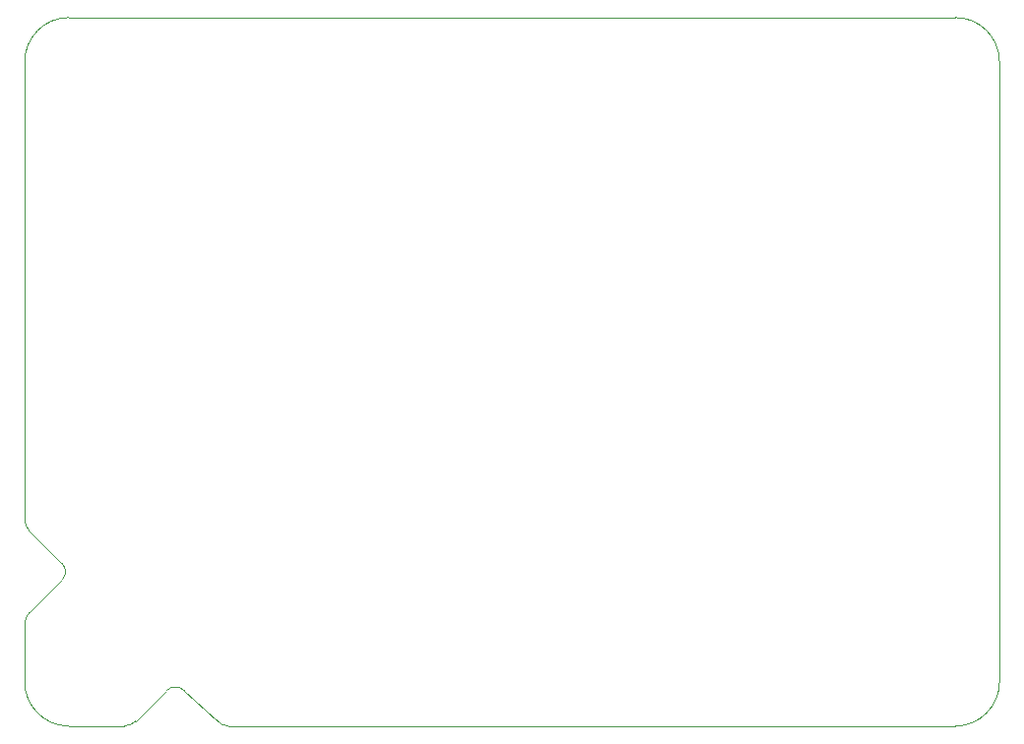
<source format=gbr>
%TF.GenerationSoftware,KiCad,Pcbnew,7.0.9*%
%TF.CreationDate,2024-01-16T00:09:28+01:00*%
%TF.ProjectId,JLCPCB,4a4c4350-4342-42e6-9b69-6361645f7063,1*%
%TF.SameCoordinates,Original*%
%TF.FileFunction,Profile,NP*%
%FSLAX46Y46*%
G04 Gerber Fmt 4.6, Leading zero omitted, Abs format (unit mm)*
G04 Created by KiCad (PCBNEW 7.0.9) date 2024-01-16 00:09:28*
%MOMM*%
%LPD*%
G01*
G04 APERTURE LIST*
%TA.AperFunction,Profile*%
%ADD10C,0.038100*%
%TD*%
G04 APERTURE END LIST*
D10*
X67984221Y-96639996D02*
X65184221Y-99439996D01*
X65184221Y-92439996D02*
X67984221Y-95239996D01*
X73300004Y-109214221D02*
X68580000Y-109220000D01*
X81280000Y-108712000D02*
G75*
G03*
X82300018Y-109219994I1016000J762000D01*
G01*
X74300000Y-108800000D02*
X76962000Y-106172000D01*
X64770008Y-100439996D02*
X64770000Y-105410000D01*
X68580000Y-48260000D02*
G75*
G03*
X64770000Y-52070000I0J-3810000D01*
G01*
X78485999Y-106172001D02*
X81280000Y-108712000D01*
X148590000Y-52070000D02*
G75*
G03*
X144780000Y-48260000I-3810000J0D01*
G01*
X144780000Y-109220000D02*
X82300000Y-109220000D01*
X144780000Y-109220000D02*
G75*
G03*
X148590000Y-105410000I0J3810000D01*
G01*
X64760013Y-105410026D02*
G75*
G03*
X68580000Y-109220000I3819987J10026D01*
G01*
X64769996Y-91440000D02*
G75*
G03*
X65184213Y-92440000I1414204J0D01*
G01*
X68580000Y-48260000D02*
X144780000Y-48260000D01*
X67984231Y-96640006D02*
G75*
G03*
X67991362Y-95232998I-707131J707106D01*
G01*
X65184228Y-99440003D02*
G75*
G03*
X64770008Y-100439996I999972J-999997D01*
G01*
X78485999Y-106172001D02*
G75*
G03*
X76962001Y-106172001I-761999J-762000D01*
G01*
X64770000Y-91440000D02*
X64770000Y-52070000D01*
X73300004Y-109214222D02*
G75*
G03*
X74300004Y-108800008I-4J1414222D01*
G01*
X148590000Y-52070000D02*
X148590000Y-105410000D01*
M02*

</source>
